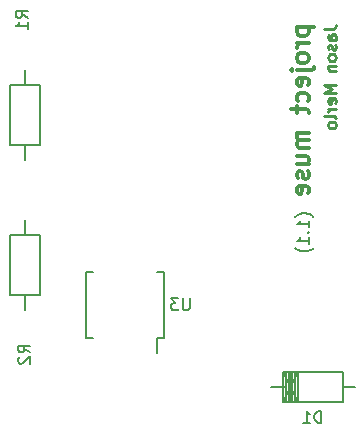
<source format=gbo>
G04 #@! TF.FileFunction,Legend,Bot*
%FSLAX46Y46*%
G04 Gerber Fmt 4.6, Leading zero omitted, Abs format (unit mm)*
G04 Created by KiCad (PCBNEW 4.0.0-stable) date 12/21/2015 3:24:30 PM*
%MOMM*%
G01*
G04 APERTURE LIST*
%ADD10C,0.100000*%
%ADD11C,0.200000*%
%ADD12C,0.250000*%
%ADD13C,0.375000*%
%ADD14C,0.150000*%
G04 APERTURE END LIST*
D10*
D11*
X146756333Y-94757810D02*
X146708714Y-94710190D01*
X146565857Y-94614952D01*
X146470619Y-94567333D01*
X146327762Y-94519714D01*
X146089667Y-94472095D01*
X145899190Y-94472095D01*
X145661095Y-94519714D01*
X145518238Y-94567333D01*
X145423000Y-94614952D01*
X145280143Y-94710190D01*
X145232524Y-94757810D01*
X146375381Y-95662572D02*
X146375381Y-95091143D01*
X146375381Y-95376857D02*
X145375381Y-95376857D01*
X145518238Y-95281619D01*
X145613476Y-95186381D01*
X145661095Y-95091143D01*
X146280143Y-96091143D02*
X146327762Y-96138762D01*
X146375381Y-96091143D01*
X146327762Y-96043524D01*
X146280143Y-96091143D01*
X146375381Y-96091143D01*
X146375381Y-97091143D02*
X146375381Y-96519714D01*
X146375381Y-96805428D02*
X145375381Y-96805428D01*
X145518238Y-96710190D01*
X145613476Y-96614952D01*
X145661095Y-96519714D01*
X146756333Y-97424476D02*
X146708714Y-97472095D01*
X146565857Y-97567333D01*
X146470619Y-97614952D01*
X146327762Y-97662571D01*
X146089667Y-97710190D01*
X145899190Y-97710190D01*
X145661095Y-97662571D01*
X145518238Y-97614952D01*
X145423000Y-97567333D01*
X145280143Y-97472095D01*
X145232524Y-97424476D01*
D12*
X147661381Y-78882810D02*
X148375667Y-78882810D01*
X148518524Y-78835190D01*
X148613762Y-78739952D01*
X148661381Y-78597095D01*
X148661381Y-78501857D01*
X148661381Y-79787572D02*
X148137571Y-79787572D01*
X148042333Y-79739953D01*
X147994714Y-79644715D01*
X147994714Y-79454238D01*
X148042333Y-79359000D01*
X148613762Y-79787572D02*
X148661381Y-79692334D01*
X148661381Y-79454238D01*
X148613762Y-79359000D01*
X148518524Y-79311381D01*
X148423286Y-79311381D01*
X148328048Y-79359000D01*
X148280429Y-79454238D01*
X148280429Y-79692334D01*
X148232810Y-79787572D01*
X148613762Y-80216143D02*
X148661381Y-80311381D01*
X148661381Y-80501857D01*
X148613762Y-80597096D01*
X148518524Y-80644715D01*
X148470905Y-80644715D01*
X148375667Y-80597096D01*
X148328048Y-80501857D01*
X148328048Y-80359000D01*
X148280429Y-80263762D01*
X148185190Y-80216143D01*
X148137571Y-80216143D01*
X148042333Y-80263762D01*
X147994714Y-80359000D01*
X147994714Y-80501857D01*
X148042333Y-80597096D01*
X148661381Y-81216143D02*
X148613762Y-81120905D01*
X148566143Y-81073286D01*
X148470905Y-81025667D01*
X148185190Y-81025667D01*
X148089952Y-81073286D01*
X148042333Y-81120905D01*
X147994714Y-81216143D01*
X147994714Y-81359001D01*
X148042333Y-81454239D01*
X148089952Y-81501858D01*
X148185190Y-81549477D01*
X148470905Y-81549477D01*
X148566143Y-81501858D01*
X148613762Y-81454239D01*
X148661381Y-81359001D01*
X148661381Y-81216143D01*
X147994714Y-81978048D02*
X148661381Y-81978048D01*
X148089952Y-81978048D02*
X148042333Y-82025667D01*
X147994714Y-82120905D01*
X147994714Y-82263763D01*
X148042333Y-82359001D01*
X148137571Y-82406620D01*
X148661381Y-82406620D01*
X148661381Y-83644715D02*
X147661381Y-83644715D01*
X148375667Y-83978049D01*
X147661381Y-84311382D01*
X148661381Y-84311382D01*
X148613762Y-85168525D02*
X148661381Y-85073287D01*
X148661381Y-84882810D01*
X148613762Y-84787572D01*
X148518524Y-84739953D01*
X148137571Y-84739953D01*
X148042333Y-84787572D01*
X147994714Y-84882810D01*
X147994714Y-85073287D01*
X148042333Y-85168525D01*
X148137571Y-85216144D01*
X148232810Y-85216144D01*
X148328048Y-84739953D01*
X148661381Y-85644715D02*
X147994714Y-85644715D01*
X148185190Y-85644715D02*
X148089952Y-85692334D01*
X148042333Y-85739953D01*
X147994714Y-85835191D01*
X147994714Y-85930430D01*
X148661381Y-86406620D02*
X148613762Y-86311382D01*
X148518524Y-86263763D01*
X147661381Y-86263763D01*
X148661381Y-86930430D02*
X148613762Y-86835192D01*
X148566143Y-86787573D01*
X148470905Y-86739954D01*
X148185190Y-86739954D01*
X148089952Y-86787573D01*
X148042333Y-86835192D01*
X147994714Y-86930430D01*
X147994714Y-87073288D01*
X148042333Y-87168526D01*
X148089952Y-87216145D01*
X148185190Y-87263764D01*
X148470905Y-87263764D01*
X148566143Y-87216145D01*
X148613762Y-87168526D01*
X148661381Y-87073288D01*
X148661381Y-86930430D01*
D13*
X145347571Y-78716143D02*
X146847571Y-78716143D01*
X145419000Y-78716143D02*
X145347571Y-78859000D01*
X145347571Y-79144714D01*
X145419000Y-79287571D01*
X145490429Y-79359000D01*
X145633286Y-79430429D01*
X146061857Y-79430429D01*
X146204714Y-79359000D01*
X146276143Y-79287571D01*
X146347571Y-79144714D01*
X146347571Y-78859000D01*
X146276143Y-78716143D01*
X146347571Y-80073286D02*
X145347571Y-80073286D01*
X145633286Y-80073286D02*
X145490429Y-80144714D01*
X145419000Y-80216143D01*
X145347571Y-80359000D01*
X145347571Y-80501857D01*
X146347571Y-81216143D02*
X146276143Y-81073285D01*
X146204714Y-81001857D01*
X146061857Y-80930428D01*
X145633286Y-80930428D01*
X145490429Y-81001857D01*
X145419000Y-81073285D01*
X145347571Y-81216143D01*
X145347571Y-81430428D01*
X145419000Y-81573285D01*
X145490429Y-81644714D01*
X145633286Y-81716143D01*
X146061857Y-81716143D01*
X146204714Y-81644714D01*
X146276143Y-81573285D01*
X146347571Y-81430428D01*
X146347571Y-81216143D01*
X145347571Y-82359000D02*
X146633286Y-82359000D01*
X146776143Y-82287571D01*
X146847571Y-82144714D01*
X146847571Y-82073286D01*
X144847571Y-82359000D02*
X144919000Y-82287571D01*
X144990429Y-82359000D01*
X144919000Y-82430428D01*
X144847571Y-82359000D01*
X144990429Y-82359000D01*
X146276143Y-83644714D02*
X146347571Y-83501857D01*
X146347571Y-83216143D01*
X146276143Y-83073286D01*
X146133286Y-83001857D01*
X145561857Y-83001857D01*
X145419000Y-83073286D01*
X145347571Y-83216143D01*
X145347571Y-83501857D01*
X145419000Y-83644714D01*
X145561857Y-83716143D01*
X145704714Y-83716143D01*
X145847571Y-83001857D01*
X146276143Y-85001857D02*
X146347571Y-84859000D01*
X146347571Y-84573286D01*
X146276143Y-84430428D01*
X146204714Y-84359000D01*
X146061857Y-84287571D01*
X145633286Y-84287571D01*
X145490429Y-84359000D01*
X145419000Y-84430428D01*
X145347571Y-84573286D01*
X145347571Y-84859000D01*
X145419000Y-85001857D01*
X145347571Y-85430428D02*
X145347571Y-86001857D01*
X144847571Y-85644714D02*
X146133286Y-85644714D01*
X146276143Y-85716142D01*
X146347571Y-85859000D01*
X146347571Y-86001857D01*
X146347571Y-87644714D02*
X145347571Y-87644714D01*
X145490429Y-87644714D02*
X145419000Y-87716142D01*
X145347571Y-87859000D01*
X145347571Y-88073285D01*
X145419000Y-88216142D01*
X145561857Y-88287571D01*
X146347571Y-88287571D01*
X145561857Y-88287571D02*
X145419000Y-88359000D01*
X145347571Y-88501857D01*
X145347571Y-88716142D01*
X145419000Y-88859000D01*
X145561857Y-88930428D01*
X146347571Y-88930428D01*
X145347571Y-90287571D02*
X146347571Y-90287571D01*
X145347571Y-89644714D02*
X146133286Y-89644714D01*
X146276143Y-89716142D01*
X146347571Y-89859000D01*
X146347571Y-90073285D01*
X146276143Y-90216142D01*
X146204714Y-90287571D01*
X146276143Y-90930428D02*
X146347571Y-91073285D01*
X146347571Y-91359000D01*
X146276143Y-91501857D01*
X146133286Y-91573285D01*
X146061857Y-91573285D01*
X145919000Y-91501857D01*
X145847571Y-91359000D01*
X145847571Y-91144714D01*
X145776143Y-91001857D01*
X145633286Y-90930428D01*
X145561857Y-90930428D01*
X145419000Y-91001857D01*
X145347571Y-91144714D01*
X145347571Y-91359000D01*
X145419000Y-91501857D01*
X146276143Y-92787571D02*
X146347571Y-92644714D01*
X146347571Y-92359000D01*
X146276143Y-92216143D01*
X146133286Y-92144714D01*
X145561857Y-92144714D01*
X145419000Y-92216143D01*
X145347571Y-92359000D01*
X145347571Y-92644714D01*
X145419000Y-92787571D01*
X145561857Y-92859000D01*
X145704714Y-92859000D01*
X145847571Y-92144714D01*
D14*
X149225000Y-109220000D02*
X150241000Y-109220000D01*
X144399000Y-109220000D02*
X143129000Y-109220000D01*
X144653000Y-110490000D02*
X144653000Y-107950000D01*
X144907000Y-110490000D02*
X144907000Y-107950000D01*
X145161000Y-110490000D02*
X145161000Y-107950000D01*
X144399000Y-110490000D02*
X144399000Y-107950000D01*
X145415000Y-110490000D02*
X144145000Y-107950000D01*
X144145000Y-110490000D02*
X145415000Y-107950000D01*
X145415000Y-110490000D02*
X145415000Y-107950000D01*
X144780000Y-110490000D02*
X144780000Y-107950000D01*
X144145000Y-107950000D02*
X144145000Y-110490000D01*
X144145000Y-110490000D02*
X149225000Y-110490000D01*
X149225000Y-110490000D02*
X149225000Y-107950000D01*
X149225000Y-107950000D02*
X144145000Y-107950000D01*
X123575000Y-88675000D02*
X123575000Y-83595000D01*
X123575000Y-83595000D02*
X121035000Y-83595000D01*
X121035000Y-83595000D02*
X121035000Y-88675000D01*
X121035000Y-88675000D02*
X123575000Y-88675000D01*
X122305000Y-88675000D02*
X122305000Y-89945000D01*
X122305000Y-83595000D02*
X122305000Y-82325000D01*
X121035000Y-96275000D02*
X121035000Y-101355000D01*
X121035000Y-101355000D02*
X123575000Y-101355000D01*
X123575000Y-101355000D02*
X123575000Y-96275000D01*
X123575000Y-96275000D02*
X121035000Y-96275000D01*
X122305000Y-96275000D02*
X122305000Y-95005000D01*
X122305000Y-101355000D02*
X122305000Y-102625000D01*
X134085000Y-105010000D02*
X133510000Y-105010000D01*
X134085000Y-99460000D02*
X133510000Y-99460000D01*
X127535000Y-99460000D02*
X128110000Y-99460000D01*
X127535000Y-105010000D02*
X128110000Y-105010000D01*
X134085000Y-105010000D02*
X134085000Y-99460000D01*
X127535000Y-105010000D02*
X127535000Y-99460000D01*
X133510000Y-105010000D02*
X133510000Y-106285000D01*
X147423095Y-112212381D02*
X147423095Y-111212381D01*
X147185000Y-111212381D01*
X147042142Y-111260000D01*
X146946904Y-111355238D01*
X146899285Y-111450476D01*
X146851666Y-111640952D01*
X146851666Y-111783810D01*
X146899285Y-111974286D01*
X146946904Y-112069524D01*
X147042142Y-112164762D01*
X147185000Y-112212381D01*
X147423095Y-112212381D01*
X145899285Y-112212381D02*
X146470714Y-112212381D01*
X146185000Y-112212381D02*
X146185000Y-111212381D01*
X146280238Y-111355238D01*
X146375476Y-111450476D01*
X146470714Y-111498095D01*
X122562881Y-77938334D02*
X122086690Y-77605000D01*
X122562881Y-77366905D02*
X121562881Y-77366905D01*
X121562881Y-77747858D01*
X121610500Y-77843096D01*
X121658119Y-77890715D01*
X121753357Y-77938334D01*
X121896214Y-77938334D01*
X121991452Y-77890715D01*
X122039071Y-77843096D01*
X122086690Y-77747858D01*
X122086690Y-77366905D01*
X122562881Y-78890715D02*
X122562881Y-78319286D01*
X122562881Y-78605000D02*
X121562881Y-78605000D01*
X121705738Y-78509762D01*
X121800976Y-78414524D01*
X121848595Y-78319286D01*
X122753381Y-106259334D02*
X122277190Y-105926000D01*
X122753381Y-105687905D02*
X121753381Y-105687905D01*
X121753381Y-106068858D01*
X121801000Y-106164096D01*
X121848619Y-106211715D01*
X121943857Y-106259334D01*
X122086714Y-106259334D01*
X122181952Y-106211715D01*
X122229571Y-106164096D01*
X122277190Y-106068858D01*
X122277190Y-105687905D01*
X121848619Y-106640286D02*
X121801000Y-106687905D01*
X121753381Y-106783143D01*
X121753381Y-107021239D01*
X121801000Y-107116477D01*
X121848619Y-107164096D01*
X121943857Y-107211715D01*
X122039095Y-107211715D01*
X122181952Y-107164096D01*
X122753381Y-106592667D01*
X122753381Y-107211715D01*
X136270905Y-101687381D02*
X136270905Y-102496905D01*
X136223286Y-102592143D01*
X136175667Y-102639762D01*
X136080429Y-102687381D01*
X135889952Y-102687381D01*
X135794714Y-102639762D01*
X135747095Y-102592143D01*
X135699476Y-102496905D01*
X135699476Y-101687381D01*
X135318524Y-101687381D02*
X134699476Y-101687381D01*
X135032810Y-102068333D01*
X134889952Y-102068333D01*
X134794714Y-102115952D01*
X134747095Y-102163571D01*
X134699476Y-102258810D01*
X134699476Y-102496905D01*
X134747095Y-102592143D01*
X134794714Y-102639762D01*
X134889952Y-102687381D01*
X135175667Y-102687381D01*
X135270905Y-102639762D01*
X135318524Y-102592143D01*
M02*

</source>
